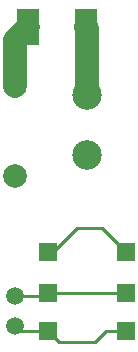
<source format=gtl>
G04 #@! TF.FileFunction,Copper,L1,Top,Signal*
%FSLAX46Y46*%
G04 Gerber Fmt 4.6, Leading zero omitted, Abs format (unit mm)*
G04 Created by KiCad (PCBNEW 4.0.4-stable) date 06/03/17 17:55:28*
%MOMM*%
%LPD*%
G01*
G04 APERTURE LIST*
%ADD10C,0.100000*%
%ADD11R,1.960000X3.150000*%
%ADD12R,1.500000X1.500000*%
%ADD13C,2.500000*%
%ADD14C,1.500000*%
%ADD15C,2.000000*%
%ADD16C,2.000000*%
%ADD17C,0.250000*%
G04 APERTURE END LIST*
D10*
D11*
X12048500Y27559000D03*
X7128500Y27559000D03*
D12*
X8828500Y1828500D03*
X8828500Y8528500D03*
X8828500Y5028500D03*
X15428500Y1828500D03*
X15428500Y5028500D03*
X15428500Y8528500D03*
D13*
X12088500Y16700500D03*
X12088500Y21780500D03*
D14*
X6035500Y2286000D03*
X6035500Y4826000D03*
D15*
X6035500Y14986000D03*
X6035500Y22606000D03*
D16*
X12088500Y21780500D02*
X12088500Y27519000D01*
X12088500Y27519000D02*
X12048500Y27559000D01*
X6035500Y22606000D02*
X6035500Y26466000D01*
X6035500Y26466000D02*
X7128500Y27559000D01*
D17*
X8828500Y1828500D02*
X6493000Y1828500D01*
X6493000Y1828500D02*
X6035500Y2286000D01*
X15428500Y1828500D02*
X13766500Y1828500D01*
X9768000Y889000D02*
X8828500Y1828500D01*
X12827000Y889000D02*
X9768000Y889000D01*
X13766500Y1828500D02*
X12827000Y889000D01*
X8828500Y8528500D02*
X9227000Y8528500D01*
X9227000Y8528500D02*
X11239500Y10541000D01*
X11239500Y10541000D02*
X13416000Y10541000D01*
X13416000Y10541000D02*
X15428500Y8528500D01*
X15428500Y5028500D02*
X8828500Y5028500D01*
X8828500Y5028500D02*
X8626000Y4826000D01*
X8626000Y4826000D02*
X6035500Y4826000D01*
M02*

</source>
